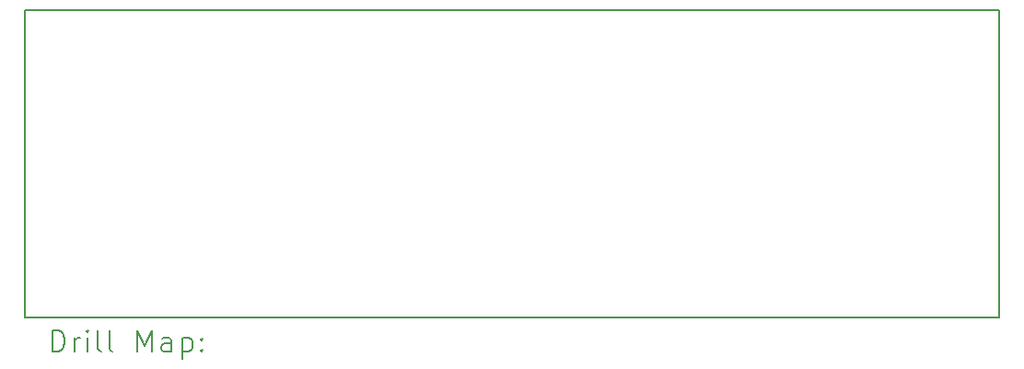
<source format=gbr>
%FSLAX45Y45*%
G04 Gerber Fmt 4.5, Leading zero omitted, Abs format (unit mm)*
G04 Created by KiCad (PCBNEW 6.0.5-a6ca702e91~116~ubuntu20.04.1) date 2022-06-19 12:28:52*
%MOMM*%
%LPD*%
G01*
G04 APERTURE LIST*
%TA.AperFunction,Profile*%
%ADD10C,0.150000*%
%TD*%
%ADD11C,0.200000*%
G04 APERTURE END LIST*
D10*
X5974080Y-9100820D02*
X5974080Y-11930000D01*
X14927580Y-9100820D02*
X5974080Y-9100820D01*
X5974080Y-11930000D02*
X14927580Y-11930000D01*
X14927580Y-11930000D02*
X14927580Y-9100820D01*
D11*
X6224199Y-12247976D02*
X6224199Y-12047976D01*
X6271818Y-12047976D01*
X6300389Y-12057500D01*
X6319437Y-12076548D01*
X6328961Y-12095595D01*
X6338485Y-12133690D01*
X6338485Y-12162262D01*
X6328961Y-12200357D01*
X6319437Y-12219405D01*
X6300389Y-12238452D01*
X6271818Y-12247976D01*
X6224199Y-12247976D01*
X6424199Y-12247976D02*
X6424199Y-12114643D01*
X6424199Y-12152738D02*
X6433723Y-12133690D01*
X6443247Y-12124167D01*
X6462294Y-12114643D01*
X6481342Y-12114643D01*
X6548008Y-12247976D02*
X6548008Y-12114643D01*
X6548008Y-12047976D02*
X6538485Y-12057500D01*
X6548008Y-12067024D01*
X6557532Y-12057500D01*
X6548008Y-12047976D01*
X6548008Y-12067024D01*
X6671818Y-12247976D02*
X6652770Y-12238452D01*
X6643247Y-12219405D01*
X6643247Y-12047976D01*
X6776580Y-12247976D02*
X6757532Y-12238452D01*
X6748008Y-12219405D01*
X6748008Y-12047976D01*
X7005151Y-12247976D02*
X7005151Y-12047976D01*
X7071818Y-12190833D01*
X7138485Y-12047976D01*
X7138485Y-12247976D01*
X7319437Y-12247976D02*
X7319437Y-12143214D01*
X7309913Y-12124167D01*
X7290866Y-12114643D01*
X7252770Y-12114643D01*
X7233723Y-12124167D01*
X7319437Y-12238452D02*
X7300389Y-12247976D01*
X7252770Y-12247976D01*
X7233723Y-12238452D01*
X7224199Y-12219405D01*
X7224199Y-12200357D01*
X7233723Y-12181309D01*
X7252770Y-12171786D01*
X7300389Y-12171786D01*
X7319437Y-12162262D01*
X7414675Y-12114643D02*
X7414675Y-12314643D01*
X7414675Y-12124167D02*
X7433723Y-12114643D01*
X7471818Y-12114643D01*
X7490866Y-12124167D01*
X7500389Y-12133690D01*
X7509913Y-12152738D01*
X7509913Y-12209881D01*
X7500389Y-12228928D01*
X7490866Y-12238452D01*
X7471818Y-12247976D01*
X7433723Y-12247976D01*
X7414675Y-12238452D01*
X7595628Y-12228928D02*
X7605151Y-12238452D01*
X7595628Y-12247976D01*
X7586104Y-12238452D01*
X7595628Y-12228928D01*
X7595628Y-12247976D01*
X7595628Y-12124167D02*
X7605151Y-12133690D01*
X7595628Y-12143214D01*
X7586104Y-12133690D01*
X7595628Y-12124167D01*
X7595628Y-12143214D01*
M02*

</source>
